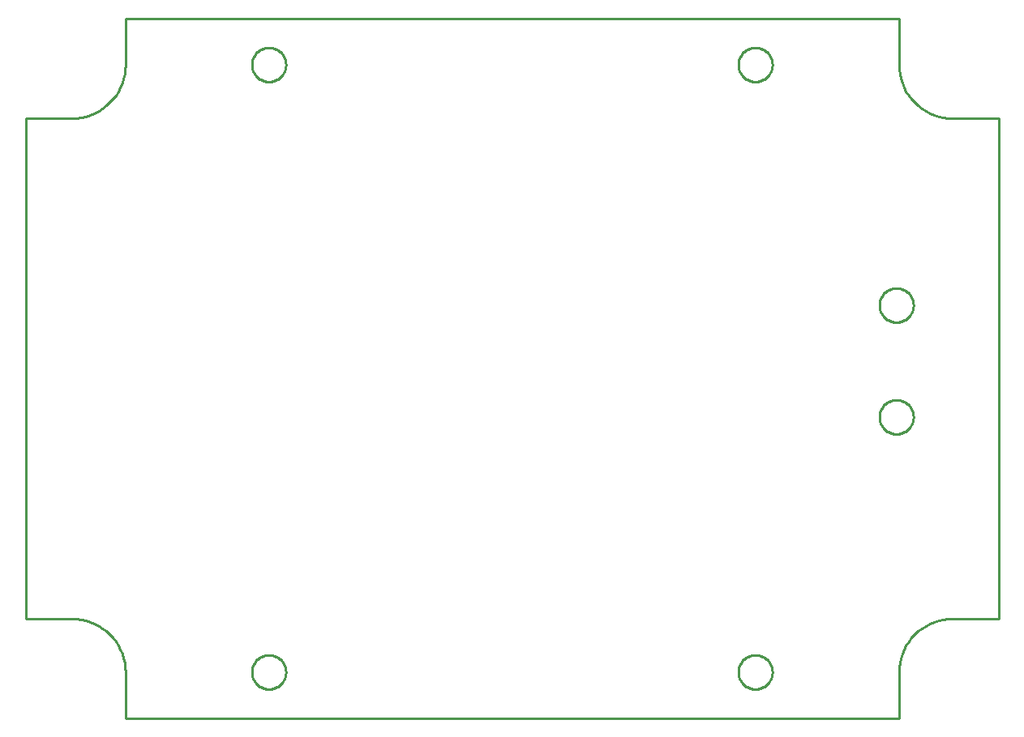
<source format=gbr>
G04 EAGLE Gerber RS-274X export*
G75*
%MOMM*%
%FSLAX34Y34*%
%LPD*%
%IN*%
%IPPOS*%
%AMOC8*
5,1,8,0,0,1.08239X$1,22.5*%
G01*
%ADD10C,0.254000*%


D10*
X-96520Y93980D02*
X-48260Y93980D01*
X-43390Y93767D01*
X-38557Y93131D01*
X-33797Y92076D01*
X-29148Y90610D01*
X-24644Y88745D01*
X-20320Y86494D01*
X-16209Y83874D01*
X-12341Y80907D01*
X-8747Y77613D01*
X-5453Y74019D01*
X-2486Y70151D01*
X134Y66040D01*
X2385Y61716D01*
X4250Y57212D01*
X5716Y52563D01*
X6771Y47804D01*
X7407Y42970D01*
X7620Y38100D01*
X7620Y-10160D01*
X815340Y-10160D01*
X815340Y38100D01*
X815553Y42970D01*
X816189Y47803D01*
X817244Y52563D01*
X818710Y57212D01*
X820576Y61716D01*
X822827Y66040D01*
X825446Y70151D01*
X828413Y74019D01*
X831707Y77613D01*
X835301Y80907D01*
X839169Y83874D01*
X843280Y86494D01*
X847604Y88744D01*
X852108Y90610D01*
X856757Y92076D01*
X861517Y93131D01*
X866350Y93767D01*
X871220Y93980D01*
X919480Y93980D01*
X919480Y617220D01*
X871220Y617220D01*
X866350Y617433D01*
X861517Y618069D01*
X856757Y619124D01*
X852108Y620590D01*
X847604Y622456D01*
X843280Y624707D01*
X839169Y627326D01*
X835301Y630293D01*
X831707Y633587D01*
X828413Y637181D01*
X825446Y641049D01*
X822827Y645160D01*
X820576Y649484D01*
X818710Y653988D01*
X817244Y658637D01*
X816189Y663397D01*
X815553Y668230D01*
X815340Y673100D01*
X815340Y721360D01*
X7620Y721360D01*
X7620Y673100D01*
X7407Y668230D01*
X6771Y663397D01*
X5716Y658637D01*
X4250Y653988D01*
X2384Y649484D01*
X134Y645160D01*
X-2486Y641049D01*
X-5453Y637181D01*
X-8747Y633587D01*
X-12341Y630293D01*
X-16209Y627326D01*
X-20320Y624707D01*
X-24644Y622456D01*
X-29148Y620590D01*
X-33797Y619124D01*
X-38557Y618069D01*
X-43390Y617433D01*
X-48260Y617220D01*
X-96520Y617220D01*
X-96520Y93980D01*
X683260Y672518D02*
X683184Y671356D01*
X683032Y670202D01*
X682805Y669060D01*
X682504Y667936D01*
X682129Y666834D01*
X681684Y665758D01*
X681169Y664714D01*
X680587Y663706D01*
X679940Y662738D01*
X679232Y661814D01*
X678464Y660939D01*
X677641Y660116D01*
X676766Y659349D01*
X675842Y658640D01*
X674874Y657993D01*
X673866Y657411D01*
X672822Y656896D01*
X671746Y656451D01*
X670644Y656077D01*
X669520Y655775D01*
X668378Y655548D01*
X667224Y655396D01*
X666062Y655320D01*
X664898Y655320D01*
X663736Y655396D01*
X662582Y655548D01*
X661440Y655775D01*
X660316Y656077D01*
X659214Y656451D01*
X658138Y656896D01*
X657094Y657411D01*
X656086Y657993D01*
X655118Y658640D01*
X654194Y659349D01*
X653319Y660116D01*
X652496Y660939D01*
X651729Y661814D01*
X651020Y662738D01*
X650373Y663706D01*
X649791Y664714D01*
X649276Y665758D01*
X648831Y666834D01*
X648457Y667936D01*
X648155Y669060D01*
X647928Y670202D01*
X647776Y671356D01*
X647700Y672518D01*
X647700Y673682D01*
X647776Y674844D01*
X647928Y675998D01*
X648155Y677140D01*
X648457Y678264D01*
X648831Y679366D01*
X649276Y680442D01*
X649791Y681486D01*
X650373Y682494D01*
X651020Y683462D01*
X651729Y684386D01*
X652496Y685261D01*
X653319Y686084D01*
X654194Y686852D01*
X655118Y687560D01*
X656086Y688207D01*
X657094Y688789D01*
X658138Y689304D01*
X659214Y689749D01*
X660316Y690124D01*
X661440Y690425D01*
X662582Y690652D01*
X663736Y690804D01*
X664898Y690880D01*
X666062Y690880D01*
X667224Y690804D01*
X668378Y690652D01*
X669520Y690425D01*
X670644Y690124D01*
X671746Y689749D01*
X672822Y689304D01*
X673866Y688789D01*
X674874Y688207D01*
X675842Y687560D01*
X676766Y686852D01*
X677641Y686084D01*
X678464Y685261D01*
X679232Y684386D01*
X679940Y683462D01*
X680587Y682494D01*
X681169Y681486D01*
X681684Y680442D01*
X682129Y679366D01*
X682504Y678264D01*
X682805Y677140D01*
X683032Y675998D01*
X683184Y674844D01*
X683260Y673682D01*
X683260Y672518D01*
X175260Y672518D02*
X175184Y671356D01*
X175032Y670202D01*
X174805Y669060D01*
X174504Y667936D01*
X174129Y666834D01*
X173684Y665758D01*
X173169Y664714D01*
X172587Y663706D01*
X171940Y662738D01*
X171232Y661814D01*
X170464Y660939D01*
X169641Y660116D01*
X168766Y659349D01*
X167842Y658640D01*
X166874Y657993D01*
X165866Y657411D01*
X164822Y656896D01*
X163746Y656451D01*
X162644Y656077D01*
X161520Y655775D01*
X160378Y655548D01*
X159224Y655396D01*
X158062Y655320D01*
X156898Y655320D01*
X155736Y655396D01*
X154582Y655548D01*
X153440Y655775D01*
X152316Y656077D01*
X151214Y656451D01*
X150138Y656896D01*
X149094Y657411D01*
X148086Y657993D01*
X147118Y658640D01*
X146194Y659349D01*
X145319Y660116D01*
X144496Y660939D01*
X143729Y661814D01*
X143020Y662738D01*
X142373Y663706D01*
X141791Y664714D01*
X141276Y665758D01*
X140831Y666834D01*
X140457Y667936D01*
X140155Y669060D01*
X139928Y670202D01*
X139776Y671356D01*
X139700Y672518D01*
X139700Y673682D01*
X139776Y674844D01*
X139928Y675998D01*
X140155Y677140D01*
X140457Y678264D01*
X140831Y679366D01*
X141276Y680442D01*
X141791Y681486D01*
X142373Y682494D01*
X143020Y683462D01*
X143729Y684386D01*
X144496Y685261D01*
X145319Y686084D01*
X146194Y686852D01*
X147118Y687560D01*
X148086Y688207D01*
X149094Y688789D01*
X150138Y689304D01*
X151214Y689749D01*
X152316Y690124D01*
X153440Y690425D01*
X154582Y690652D01*
X155736Y690804D01*
X156898Y690880D01*
X158062Y690880D01*
X159224Y690804D01*
X160378Y690652D01*
X161520Y690425D01*
X162644Y690124D01*
X163746Y689749D01*
X164822Y689304D01*
X165866Y688789D01*
X166874Y688207D01*
X167842Y687560D01*
X168766Y686852D01*
X169641Y686084D01*
X170464Y685261D01*
X171232Y684386D01*
X171940Y683462D01*
X172587Y682494D01*
X173169Y681486D01*
X173684Y680442D01*
X174129Y679366D01*
X174504Y678264D01*
X174805Y677140D01*
X175032Y675998D01*
X175184Y674844D01*
X175260Y673682D01*
X175260Y672518D01*
X683260Y37518D02*
X683184Y36356D01*
X683032Y35202D01*
X682805Y34060D01*
X682504Y32936D01*
X682129Y31834D01*
X681684Y30758D01*
X681169Y29714D01*
X680587Y28706D01*
X679940Y27738D01*
X679232Y26814D01*
X678464Y25939D01*
X677641Y25116D01*
X676766Y24349D01*
X675842Y23640D01*
X674874Y22993D01*
X673866Y22411D01*
X672822Y21896D01*
X671746Y21451D01*
X670644Y21077D01*
X669520Y20775D01*
X668378Y20548D01*
X667224Y20396D01*
X666062Y20320D01*
X664898Y20320D01*
X663736Y20396D01*
X662582Y20548D01*
X661440Y20775D01*
X660316Y21077D01*
X659214Y21451D01*
X658138Y21896D01*
X657094Y22411D01*
X656086Y22993D01*
X655118Y23640D01*
X654194Y24349D01*
X653319Y25116D01*
X652496Y25939D01*
X651729Y26814D01*
X651020Y27738D01*
X650373Y28706D01*
X649791Y29714D01*
X649276Y30758D01*
X648831Y31834D01*
X648457Y32936D01*
X648155Y34060D01*
X647928Y35202D01*
X647776Y36356D01*
X647700Y37518D01*
X647700Y38682D01*
X647776Y39844D01*
X647928Y40998D01*
X648155Y42140D01*
X648457Y43264D01*
X648831Y44366D01*
X649276Y45442D01*
X649791Y46486D01*
X650373Y47494D01*
X651020Y48462D01*
X651729Y49386D01*
X652496Y50261D01*
X653319Y51084D01*
X654194Y51852D01*
X655118Y52560D01*
X656086Y53207D01*
X657094Y53789D01*
X658138Y54304D01*
X659214Y54749D01*
X660316Y55124D01*
X661440Y55425D01*
X662582Y55652D01*
X663736Y55804D01*
X664898Y55880D01*
X666062Y55880D01*
X667224Y55804D01*
X668378Y55652D01*
X669520Y55425D01*
X670644Y55124D01*
X671746Y54749D01*
X672822Y54304D01*
X673866Y53789D01*
X674874Y53207D01*
X675842Y52560D01*
X676766Y51852D01*
X677641Y51084D01*
X678464Y50261D01*
X679232Y49386D01*
X679940Y48462D01*
X680587Y47494D01*
X681169Y46486D01*
X681684Y45442D01*
X682129Y44366D01*
X682504Y43264D01*
X682805Y42140D01*
X683032Y40998D01*
X683184Y39844D01*
X683260Y38682D01*
X683260Y37518D01*
X175260Y37518D02*
X175184Y36356D01*
X175032Y35202D01*
X174805Y34060D01*
X174504Y32936D01*
X174129Y31834D01*
X173684Y30758D01*
X173169Y29714D01*
X172587Y28706D01*
X171940Y27738D01*
X171232Y26814D01*
X170464Y25939D01*
X169641Y25116D01*
X168766Y24349D01*
X167842Y23640D01*
X166874Y22993D01*
X165866Y22411D01*
X164822Y21896D01*
X163746Y21451D01*
X162644Y21077D01*
X161520Y20775D01*
X160378Y20548D01*
X159224Y20396D01*
X158062Y20320D01*
X156898Y20320D01*
X155736Y20396D01*
X154582Y20548D01*
X153440Y20775D01*
X152316Y21077D01*
X151214Y21451D01*
X150138Y21896D01*
X149094Y22411D01*
X148086Y22993D01*
X147118Y23640D01*
X146194Y24349D01*
X145319Y25116D01*
X144496Y25939D01*
X143729Y26814D01*
X143020Y27738D01*
X142373Y28706D01*
X141791Y29714D01*
X141276Y30758D01*
X140831Y31834D01*
X140457Y32936D01*
X140155Y34060D01*
X139928Y35202D01*
X139776Y36356D01*
X139700Y37518D01*
X139700Y38682D01*
X139776Y39844D01*
X139928Y40998D01*
X140155Y42140D01*
X140457Y43264D01*
X140831Y44366D01*
X141276Y45442D01*
X141791Y46486D01*
X142373Y47494D01*
X143020Y48462D01*
X143729Y49386D01*
X144496Y50261D01*
X145319Y51084D01*
X146194Y51852D01*
X147118Y52560D01*
X148086Y53207D01*
X149094Y53789D01*
X150138Y54304D01*
X151214Y54749D01*
X152316Y55124D01*
X153440Y55425D01*
X154582Y55652D01*
X155736Y55804D01*
X156898Y55880D01*
X158062Y55880D01*
X159224Y55804D01*
X160378Y55652D01*
X161520Y55425D01*
X162644Y55124D01*
X163746Y54749D01*
X164822Y54304D01*
X165866Y53789D01*
X166874Y53207D01*
X167842Y52560D01*
X168766Y51852D01*
X169641Y51084D01*
X170464Y50261D01*
X171232Y49386D01*
X171940Y48462D01*
X172587Y47494D01*
X173169Y46486D01*
X173684Y45442D01*
X174129Y44366D01*
X174504Y43264D01*
X174805Y42140D01*
X175032Y40998D01*
X175184Y39844D01*
X175260Y38682D01*
X175260Y37518D01*
X830580Y304218D02*
X830504Y303056D01*
X830352Y301902D01*
X830125Y300760D01*
X829824Y299636D01*
X829449Y298534D01*
X829004Y297458D01*
X828489Y296414D01*
X827907Y295406D01*
X827260Y294438D01*
X826552Y293514D01*
X825784Y292639D01*
X824961Y291816D01*
X824086Y291049D01*
X823162Y290340D01*
X822194Y289693D01*
X821186Y289111D01*
X820142Y288596D01*
X819066Y288151D01*
X817964Y287777D01*
X816840Y287475D01*
X815698Y287248D01*
X814544Y287096D01*
X813382Y287020D01*
X812218Y287020D01*
X811056Y287096D01*
X809902Y287248D01*
X808760Y287475D01*
X807636Y287777D01*
X806534Y288151D01*
X805458Y288596D01*
X804414Y289111D01*
X803406Y289693D01*
X802438Y290340D01*
X801514Y291049D01*
X800639Y291816D01*
X799816Y292639D01*
X799049Y293514D01*
X798340Y294438D01*
X797693Y295406D01*
X797111Y296414D01*
X796596Y297458D01*
X796151Y298534D01*
X795777Y299636D01*
X795475Y300760D01*
X795248Y301902D01*
X795096Y303056D01*
X795020Y304218D01*
X795020Y305382D01*
X795096Y306544D01*
X795248Y307698D01*
X795475Y308840D01*
X795777Y309964D01*
X796151Y311066D01*
X796596Y312142D01*
X797111Y313186D01*
X797693Y314194D01*
X798340Y315162D01*
X799049Y316086D01*
X799816Y316961D01*
X800639Y317784D01*
X801514Y318552D01*
X802438Y319260D01*
X803406Y319907D01*
X804414Y320489D01*
X805458Y321004D01*
X806534Y321449D01*
X807636Y321824D01*
X808760Y322125D01*
X809902Y322352D01*
X811056Y322504D01*
X812218Y322580D01*
X813382Y322580D01*
X814544Y322504D01*
X815698Y322352D01*
X816840Y322125D01*
X817964Y321824D01*
X819066Y321449D01*
X820142Y321004D01*
X821186Y320489D01*
X822194Y319907D01*
X823162Y319260D01*
X824086Y318552D01*
X824961Y317784D01*
X825784Y316961D01*
X826552Y316086D01*
X827260Y315162D01*
X827907Y314194D01*
X828489Y313186D01*
X829004Y312142D01*
X829449Y311066D01*
X829824Y309964D01*
X830125Y308840D01*
X830352Y307698D01*
X830504Y306544D01*
X830580Y305382D01*
X830580Y304218D01*
X830580Y421058D02*
X830504Y419896D01*
X830352Y418742D01*
X830125Y417600D01*
X829824Y416476D01*
X829449Y415374D01*
X829004Y414298D01*
X828489Y413254D01*
X827907Y412246D01*
X827260Y411278D01*
X826552Y410354D01*
X825784Y409479D01*
X824961Y408656D01*
X824086Y407889D01*
X823162Y407180D01*
X822194Y406533D01*
X821186Y405951D01*
X820142Y405436D01*
X819066Y404991D01*
X817964Y404617D01*
X816840Y404315D01*
X815698Y404088D01*
X814544Y403936D01*
X813382Y403860D01*
X812218Y403860D01*
X811056Y403936D01*
X809902Y404088D01*
X808760Y404315D01*
X807636Y404617D01*
X806534Y404991D01*
X805458Y405436D01*
X804414Y405951D01*
X803406Y406533D01*
X802438Y407180D01*
X801514Y407889D01*
X800639Y408656D01*
X799816Y409479D01*
X799049Y410354D01*
X798340Y411278D01*
X797693Y412246D01*
X797111Y413254D01*
X796596Y414298D01*
X796151Y415374D01*
X795777Y416476D01*
X795475Y417600D01*
X795248Y418742D01*
X795096Y419896D01*
X795020Y421058D01*
X795020Y422222D01*
X795096Y423384D01*
X795248Y424538D01*
X795475Y425680D01*
X795777Y426804D01*
X796151Y427906D01*
X796596Y428982D01*
X797111Y430026D01*
X797693Y431034D01*
X798340Y432002D01*
X799049Y432926D01*
X799816Y433801D01*
X800639Y434624D01*
X801514Y435392D01*
X802438Y436100D01*
X803406Y436747D01*
X804414Y437329D01*
X805458Y437844D01*
X806534Y438289D01*
X807636Y438664D01*
X808760Y438965D01*
X809902Y439192D01*
X811056Y439344D01*
X812218Y439420D01*
X813382Y439420D01*
X814544Y439344D01*
X815698Y439192D01*
X816840Y438965D01*
X817964Y438664D01*
X819066Y438289D01*
X820142Y437844D01*
X821186Y437329D01*
X822194Y436747D01*
X823162Y436100D01*
X824086Y435392D01*
X824961Y434624D01*
X825784Y433801D01*
X826552Y432926D01*
X827260Y432002D01*
X827907Y431034D01*
X828489Y430026D01*
X829004Y428982D01*
X829449Y427906D01*
X829824Y426804D01*
X830125Y425680D01*
X830352Y424538D01*
X830504Y423384D01*
X830580Y422222D01*
X830580Y421058D01*
M02*

</source>
